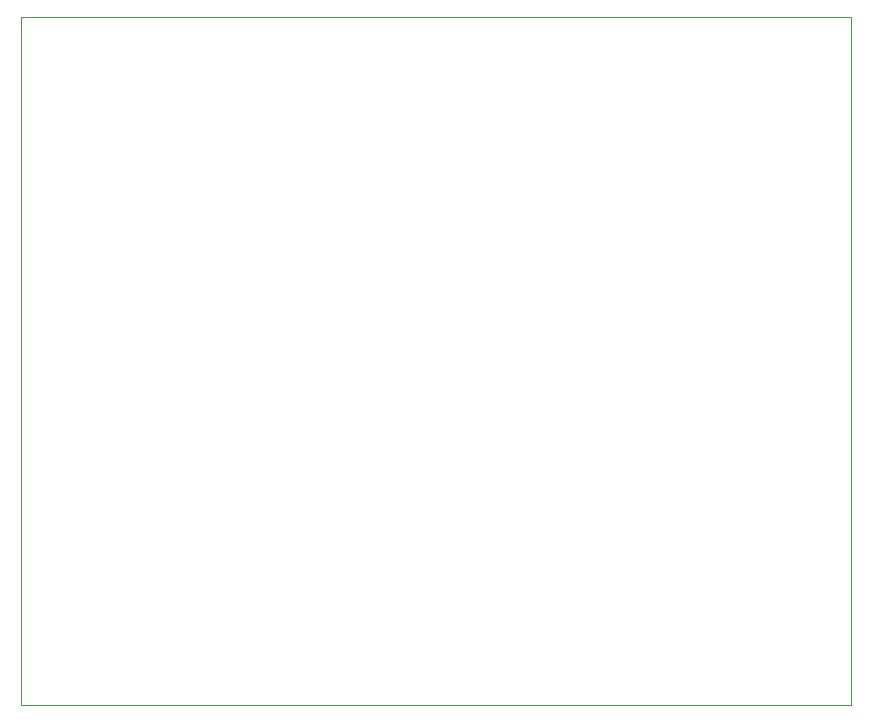
<source format=gm1>
G04 #@! TF.GenerationSoftware,KiCad,Pcbnew,9.0.0*
G04 #@! TF.CreationDate,2025-07-23T17:32:58-04:00*
G04 #@! TF.ProjectId,PresToe_BMS_48V,50726573-546f-4655-9f42-4d535f343856,rev?*
G04 #@! TF.SameCoordinates,Original*
G04 #@! TF.FileFunction,Profile,NP*
%FSLAX46Y46*%
G04 Gerber Fmt 4.6, Leading zero omitted, Abs format (unit mm)*
G04 Created by KiCad (PCBNEW 9.0.0) date 2025-07-23 17:32:58*
%MOMM*%
%LPD*%
G01*
G04 APERTURE LIST*
G04 #@! TA.AperFunction,Profile*
%ADD10C,0.050000*%
G04 #@! TD*
G04 APERTURE END LIST*
D10*
X28500000Y-26000000D02*
X98750000Y-26000000D01*
X98750000Y-84250000D01*
X28500000Y-84250000D01*
X28500000Y-26000000D01*
M02*

</source>
